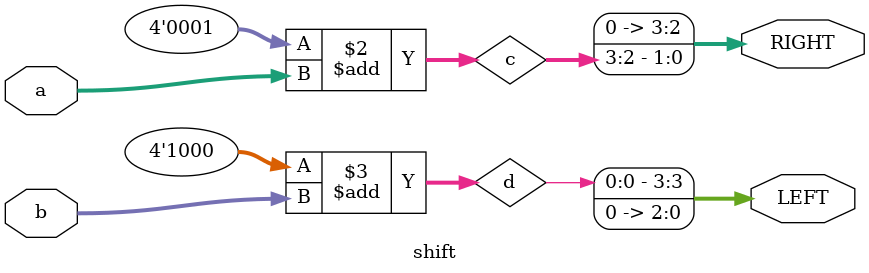
<source format=v>
module shift(a, b, RIGHT, LEFT);
	input	[3:0]	 a, b;
	output	[3:0]	RIGHT, LEFT;
	reg		[3:0]	c, d, RIGHT, LEFT;
	
	always@(*)
	begin
		c = 4'b0001 + a;
		d = 4'b1000 + b;
		RIGHT <= c >> 2;
		LEFT <= d << 3;
	end
	//assign RIGHT	 = a >>2;
	//assign LEFT 	 = b << 3;
endmodule

</source>
